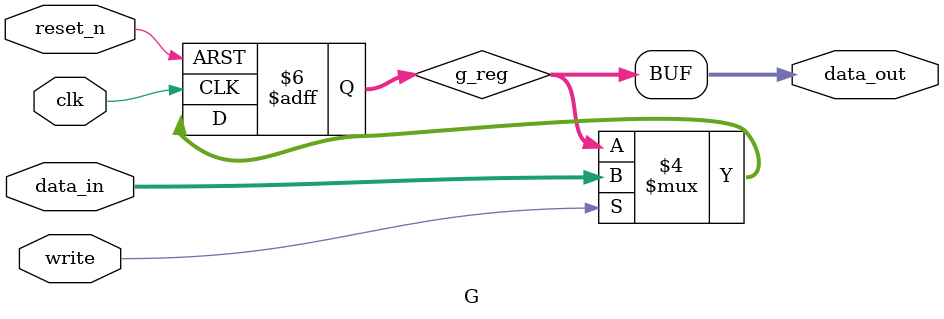
<source format=v>
module G (
	input clk,    // Clock
	input reset_n, 
	input write,
	input [15:0] data_in,
	output [15:0] data_out
);

reg [15:0] g_reg;

always @(posedge clk or posedge reset_n) begin 

	if(reset_n == 1) begin
		g_reg <= 16'b0; 
	end 
	else if(write == 1) begin
		g_reg <= data_in;
	end

	$display("%b", g_reg);
end

assign data_out = g_reg;

endmodule 
</source>
